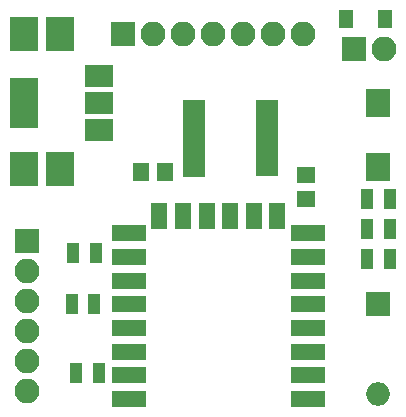
<source format=gts>
G04 #@! TF.GenerationSoftware,KiCad,Pcbnew,(5.0.0-3-g5ebb6b6)*
G04 #@! TF.CreationDate,2018-11-09T10:28:32+01:00*
G04 #@! TF.ProjectId,WifiModem_IIC+,576966694D6F64656D5F4949432B2E6B,rev?*
G04 #@! TF.SameCoordinates,Original*
G04 #@! TF.FileFunction,Soldermask,Top*
G04 #@! TF.FilePolarity,Negative*
%FSLAX46Y46*%
G04 Gerber Fmt 4.6, Leading zero omitted, Abs format (unit mm)*
G04 Created by KiCad (PCBNEW (5.0.0-3-g5ebb6b6)) date Friday, 09 November 2018 at 10:28:32*
%MOMM*%
%LPD*%
G01*
G04 APERTURE LIST*
%ADD10R,2.900000X1.400000*%
%ADD11R,1.400000X2.200000*%
%ADD12O,2.100000X2.100000*%
%ADD13R,2.100000X2.100000*%
%ADD14R,1.300000X1.600000*%
%ADD15O,2.000000X2.000000*%
%ADD16R,2.000000X2.000000*%
%ADD17R,2.000000X2.400000*%
%ADD18R,1.900000X0.750000*%
%ADD19R,1.100000X1.700000*%
%ADD20R,2.400000X1.900000*%
%ADD21R,2.400000X4.200000*%
%ADD22R,1.400000X1.650000*%
%ADD23R,2.350000X2.900000*%
%ADD24R,1.650000X1.400000*%
G04 APERTURE END LIST*
D10*
G04 #@! TO.C,U1*
X120904000Y-82200000D03*
X120904000Y-80200000D03*
X120904000Y-78200000D03*
X120904000Y-76200000D03*
X120904000Y-74200000D03*
X120904000Y-72200000D03*
X120904000Y-70200000D03*
X120904000Y-68200000D03*
D11*
X123504000Y-66700000D03*
X125504000Y-66700000D03*
X127504000Y-66700000D03*
X129504000Y-66700000D03*
X131504000Y-66700000D03*
X133504000Y-66700000D03*
D10*
X136104000Y-68200000D03*
X136104000Y-70200000D03*
X136104000Y-72200000D03*
X136104000Y-74200000D03*
X136104000Y-76200000D03*
X136104000Y-78200000D03*
X136104000Y-80200000D03*
X136104000Y-82200000D03*
G04 #@! TD*
D12*
G04 #@! TO.C,J2*
X112268000Y-81534000D03*
X112268000Y-78994000D03*
X112268000Y-76454000D03*
X112268000Y-73914000D03*
X112268000Y-71374000D03*
D13*
X112268000Y-68834000D03*
G04 #@! TD*
D14*
G04 #@! TO.C,D1*
X142620000Y-50038000D03*
X139320000Y-50038000D03*
G04 #@! TD*
D15*
G04 #@! TO.C,SW2*
X141986000Y-81788000D03*
D16*
X141986000Y-74168000D03*
G04 #@! TD*
D17*
G04 #@! TO.C,SW3*
X141986000Y-62550000D03*
X141986000Y-57150000D03*
G04 #@! TD*
D13*
G04 #@! TO.C,J5*
X139954000Y-52578000D03*
D12*
X142494000Y-52578000D03*
G04 #@! TD*
D18*
G04 #@! TO.C,U3*
X126458000Y-57202000D03*
X126458000Y-57852000D03*
X126458000Y-58502000D03*
X126458000Y-59152000D03*
X126458000Y-59802000D03*
X126458000Y-60452000D03*
X126458000Y-61102000D03*
X126458000Y-61752000D03*
X126458000Y-62402000D03*
X126458000Y-63052000D03*
X132588000Y-63037000D03*
X132588000Y-62387000D03*
X132588000Y-61737000D03*
X132588000Y-61087000D03*
X132588000Y-60452000D03*
X132588000Y-59802000D03*
X132588000Y-59152000D03*
X132588000Y-58502000D03*
X132588000Y-57852000D03*
X132588000Y-57202000D03*
G04 #@! TD*
D19*
G04 #@! TO.C,R4*
X143002000Y-70358000D03*
X141102000Y-70358000D03*
G04 #@! TD*
D12*
G04 #@! TO.C,J3*
X135636000Y-51308000D03*
X133096000Y-51308000D03*
X130556000Y-51308000D03*
X128016000Y-51308000D03*
X125476000Y-51308000D03*
X122936000Y-51308000D03*
D13*
X120396000Y-51308000D03*
G04 #@! TD*
D20*
G04 #@! TO.C,U2*
X118364000Y-59450000D03*
X118364000Y-54850000D03*
X118364000Y-57150000D03*
D21*
X112064000Y-57150000D03*
G04 #@! TD*
D22*
G04 #@! TO.C,C5*
X123952000Y-62992000D03*
X121952000Y-62992000D03*
G04 #@! TD*
D23*
G04 #@! TO.C,C6*
X112012000Y-51308000D03*
X115062000Y-51308000D03*
G04 #@! TD*
D24*
G04 #@! TO.C,C7*
X135890000Y-63246000D03*
X135890000Y-65246000D03*
G04 #@! TD*
D23*
G04 #@! TO.C,C8*
X115062000Y-62738000D03*
X112012000Y-62738000D03*
G04 #@! TD*
D19*
G04 #@! TO.C,R1*
X143002000Y-65278000D03*
X141102000Y-65278000D03*
G04 #@! TD*
G04 #@! TO.C,R2*
X143002000Y-67818000D03*
X141102000Y-67818000D03*
G04 #@! TD*
G04 #@! TO.C,R3*
X118110000Y-69850000D03*
X116210000Y-69850000D03*
G04 #@! TD*
G04 #@! TO.C,R5*
X117978000Y-74168000D03*
X116078000Y-74168000D03*
G04 #@! TD*
G04 #@! TO.C,R6*
X118364000Y-80010000D03*
X116464000Y-80010000D03*
G04 #@! TD*
M02*

</source>
